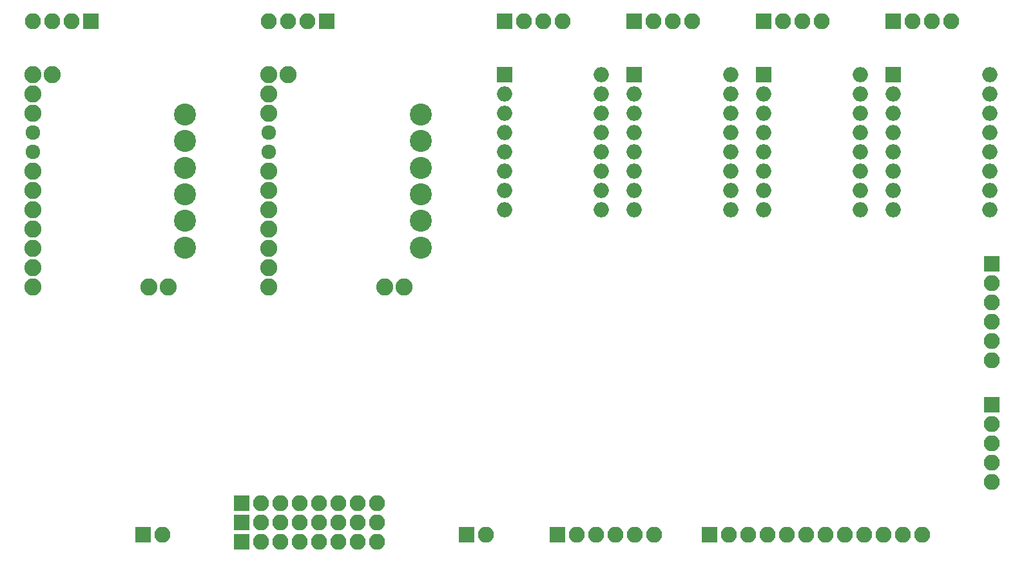
<source format=gbr>
G04 #@! TF.FileFunction,Soldermask,Bot*
%FSLAX46Y46*%
G04 Gerber Fmt 4.6, Leading zero omitted, Abs format (unit mm)*
G04 Created by KiCad (PCBNEW 4.0.7) date 03/14/18 22:29:54*
%MOMM*%
%LPD*%
G01*
G04 APERTURE LIST*
%ADD10C,0.100000*%
%ADD11R,2.000000X2.000000*%
%ADD12O,2.000000X2.000000*%
%ADD13R,2.100000X2.100000*%
%ADD14O,2.100000X2.100000*%
%ADD15C,2.250000*%
%ADD16C,1.924000*%
%ADD17C,2.900000*%
G04 APERTURE END LIST*
D10*
D11*
X180000000Y-57000000D03*
D12*
X192700000Y-74780000D03*
X180000000Y-59540000D03*
X192700000Y-72240000D03*
X180000000Y-62080000D03*
X192700000Y-69700000D03*
X180000000Y-64620000D03*
X192700000Y-67160000D03*
X180000000Y-67160000D03*
X192700000Y-64620000D03*
X180000000Y-69700000D03*
X192700000Y-62080000D03*
X180000000Y-72240000D03*
X192700000Y-59540000D03*
X180000000Y-74780000D03*
X192700000Y-57000000D03*
D11*
X197000000Y-57000000D03*
D12*
X209700000Y-74780000D03*
X197000000Y-59540000D03*
X209700000Y-72240000D03*
X197000000Y-62080000D03*
X209700000Y-69700000D03*
X197000000Y-64620000D03*
X209700000Y-67160000D03*
X197000000Y-67160000D03*
X209700000Y-64620000D03*
X197000000Y-69700000D03*
X209700000Y-62080000D03*
X197000000Y-72240000D03*
X209700000Y-59540000D03*
X197000000Y-74780000D03*
X209700000Y-57000000D03*
D11*
X214000000Y-57000000D03*
D12*
X226700000Y-74780000D03*
X214000000Y-59540000D03*
X226700000Y-72240000D03*
X214000000Y-62080000D03*
X226700000Y-69700000D03*
X214000000Y-64620000D03*
X226700000Y-67160000D03*
X214000000Y-67160000D03*
X226700000Y-64620000D03*
X214000000Y-69700000D03*
X226700000Y-62080000D03*
X214000000Y-72240000D03*
X226700000Y-59540000D03*
X214000000Y-74780000D03*
X226700000Y-57000000D03*
D11*
X231000000Y-57000000D03*
D12*
X243700000Y-74780000D03*
X231000000Y-59540000D03*
X243700000Y-72240000D03*
X231000000Y-62080000D03*
X243700000Y-69700000D03*
X231000000Y-64620000D03*
X243700000Y-67160000D03*
X231000000Y-67160000D03*
X243700000Y-64620000D03*
X231000000Y-69700000D03*
X243700000Y-62080000D03*
X231000000Y-72240000D03*
X243700000Y-59540000D03*
X231000000Y-74780000D03*
X243700000Y-57000000D03*
D13*
X180000000Y-50000000D03*
D14*
X182540000Y-50000000D03*
X185080000Y-50000000D03*
X187620000Y-50000000D03*
D13*
X197000000Y-50000000D03*
D14*
X199540000Y-50000000D03*
X202080000Y-50000000D03*
X204620000Y-50000000D03*
D13*
X214000000Y-50000000D03*
D14*
X216540000Y-50000000D03*
X219080000Y-50000000D03*
X221620000Y-50000000D03*
D13*
X231000000Y-50000000D03*
D14*
X233540000Y-50000000D03*
X236080000Y-50000000D03*
X238620000Y-50000000D03*
D13*
X125620000Y-50000000D03*
D14*
X123080000Y-50000000D03*
X120540000Y-50000000D03*
X118000000Y-50000000D03*
D13*
X156620000Y-50000000D03*
D14*
X154080000Y-50000000D03*
X151540000Y-50000000D03*
X149000000Y-50000000D03*
D13*
X206920000Y-117500000D03*
D14*
X209460000Y-117500000D03*
X212000000Y-117500000D03*
X214540000Y-117500000D03*
X217080000Y-117500000D03*
X219620000Y-117500000D03*
X222160000Y-117500000D03*
X224700000Y-117500000D03*
X227240000Y-117500000D03*
X229780000Y-117500000D03*
X232320000Y-117500000D03*
X234860000Y-117500000D03*
D13*
X244000000Y-100460000D03*
D14*
X244000000Y-103000000D03*
X244000000Y-105540000D03*
X244000000Y-108080000D03*
X244000000Y-110620000D03*
D13*
X244000000Y-81920000D03*
D14*
X244000000Y-84460000D03*
X244000000Y-87000000D03*
X244000000Y-89540000D03*
X244000000Y-92080000D03*
X244000000Y-94620000D03*
D13*
X186920000Y-117500000D03*
D14*
X189460000Y-117500000D03*
X192000000Y-117500000D03*
X194540000Y-117500000D03*
X197080000Y-117500000D03*
X199620000Y-117500000D03*
D13*
X145380000Y-115900000D03*
D14*
X147920000Y-115900000D03*
X150460000Y-115900000D03*
X153000000Y-115900000D03*
X155540000Y-115900000D03*
X158080000Y-115900000D03*
X160620000Y-115900000D03*
X163160000Y-115900000D03*
D13*
X145380000Y-118440000D03*
D14*
X147920000Y-118440000D03*
X150460000Y-118440000D03*
X153000000Y-118440000D03*
X155540000Y-118440000D03*
X158080000Y-118440000D03*
X160620000Y-118440000D03*
X163160000Y-118440000D03*
D13*
X132500000Y-117500000D03*
D14*
X135040000Y-117500000D03*
D13*
X145380000Y-113360000D03*
D14*
X147920000Y-113360000D03*
X150460000Y-113360000D03*
X153000000Y-113360000D03*
X155540000Y-113360000D03*
X158080000Y-113360000D03*
X160620000Y-113360000D03*
X163160000Y-113360000D03*
D15*
X120540000Y-57000000D03*
X118000000Y-57000000D03*
X118000000Y-59541818D03*
X118000000Y-62083636D03*
D16*
X118000000Y-64625454D03*
X118000000Y-67167272D03*
D15*
X118000000Y-69709090D03*
X118000000Y-72250908D03*
X118000000Y-74792726D03*
X118000000Y-77334544D03*
X118000000Y-79876362D03*
X118000000Y-82418180D03*
X118000000Y-84959998D03*
D17*
X137940000Y-62250000D03*
X137940000Y-65750000D03*
X137940000Y-69250000D03*
X137940000Y-72750000D03*
X137940000Y-76250000D03*
X137940000Y-79750000D03*
D15*
X135780000Y-84959998D03*
X133240000Y-84959998D03*
X151540000Y-57000000D03*
X149000000Y-57000000D03*
X149000000Y-59541818D03*
X149000000Y-62083636D03*
D16*
X149000000Y-64625454D03*
X149000000Y-67167272D03*
D15*
X149000000Y-69709090D03*
X149000000Y-72250908D03*
X149000000Y-74792726D03*
X149000000Y-77334544D03*
X149000000Y-79876362D03*
X149000000Y-82418180D03*
X149000000Y-84959998D03*
D17*
X168940000Y-62250000D03*
X168940000Y-65750000D03*
X168940000Y-69250000D03*
X168940000Y-72750000D03*
X168940000Y-76250000D03*
X168940000Y-79750000D03*
D15*
X166780000Y-84959998D03*
X164240000Y-84959998D03*
D13*
X175000000Y-117500000D03*
D14*
X177540000Y-117500000D03*
M02*

</source>
